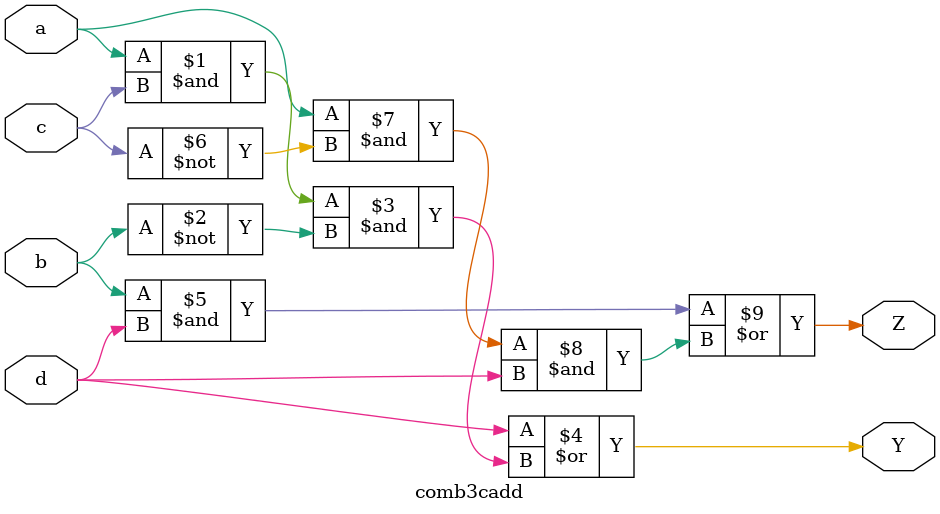
<source format=sv>
`timescale 1ns / 1ps

module comb3cadd(a,b,c,d,Y,Z);
input logic a,b,c,d;
output logic Y,Z;
assign Y=d|(a&c&(~b));
assign Z=(b&d)|(a&(~c)&d);
endmodule

</source>
